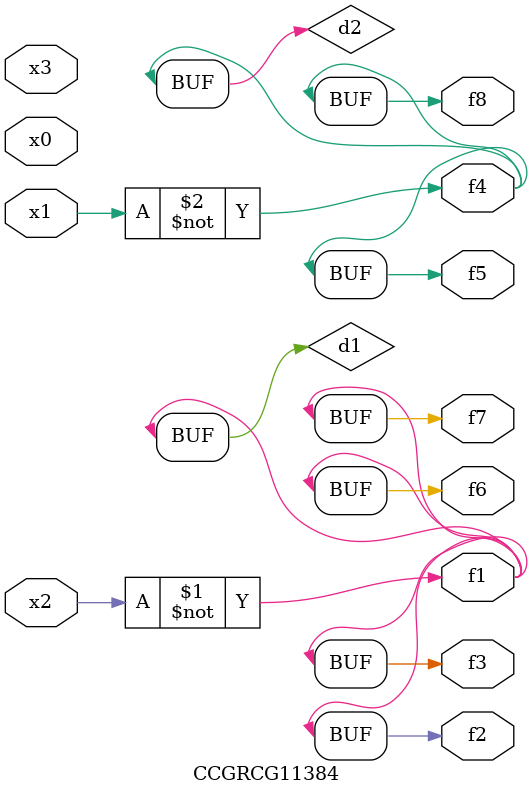
<source format=v>
module CCGRCG11384(
	input x0, x1, x2, x3,
	output f1, f2, f3, f4, f5, f6, f7, f8
);

	wire d1, d2;

	xnor (d1, x2);
	not (d2, x1);
	assign f1 = d1;
	assign f2 = d1;
	assign f3 = d1;
	assign f4 = d2;
	assign f5 = d2;
	assign f6 = d1;
	assign f7 = d1;
	assign f8 = d2;
endmodule

</source>
